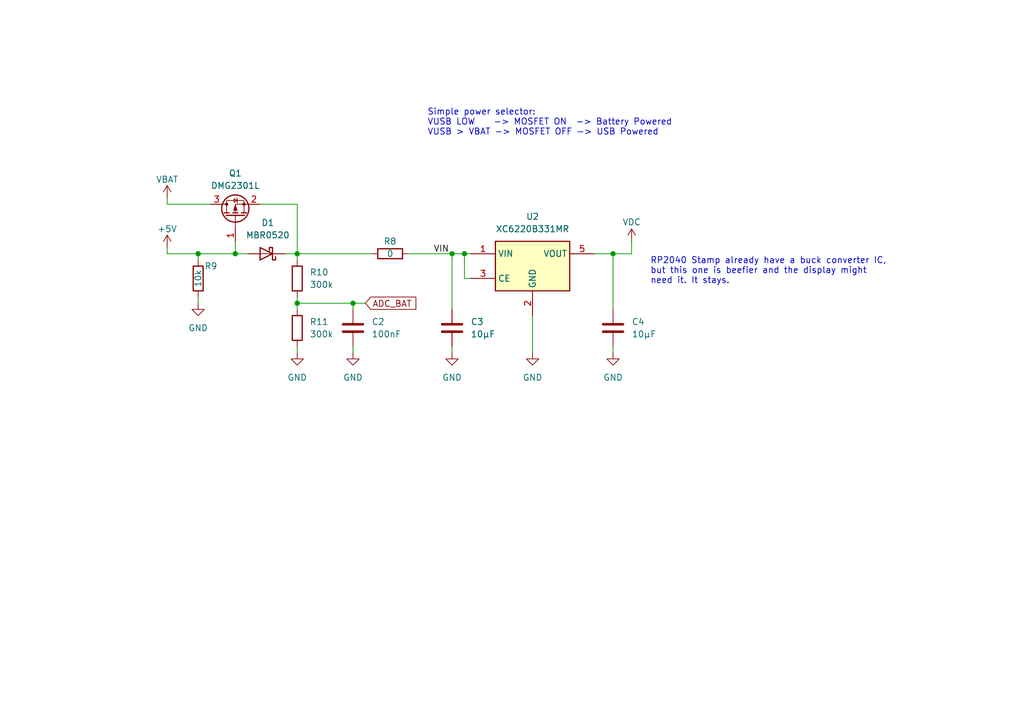
<source format=kicad_sch>
(kicad_sch (version 20230121) (generator eeschema)

  (uuid 6c97b21b-b00a-4547-81a6-ad26f880fa8f)

  (paper "A5")

  (title_block
    (title "Open Source Machinist Calculator")
    (rev "Draft")
  )

  (lib_symbols
    (symbol "Device:C" (pin_numbers hide) (pin_names (offset 0.254)) (in_bom yes) (on_board yes)
      (property "Reference" "C" (at 0.635 2.54 0)
        (effects (font (size 1.27 1.27)) (justify left))
      )
      (property "Value" "C" (at 0.635 -2.54 0)
        (effects (font (size 1.27 1.27)) (justify left))
      )
      (property "Footprint" "" (at 0.9652 -3.81 0)
        (effects (font (size 1.27 1.27)) hide)
      )
      (property "Datasheet" "~" (at 0 0 0)
        (effects (font (size 1.27 1.27)) hide)
      )
      (property "ki_keywords" "cap capacitor" (at 0 0 0)
        (effects (font (size 1.27 1.27)) hide)
      )
      (property "ki_description" "Unpolarized capacitor" (at 0 0 0)
        (effects (font (size 1.27 1.27)) hide)
      )
      (property "ki_fp_filters" "C_*" (at 0 0 0)
        (effects (font (size 1.27 1.27)) hide)
      )
      (symbol "C_0_1"
        (polyline
          (pts
            (xy -2.032 -0.762)
            (xy 2.032 -0.762)
          )
          (stroke (width 0.508) (type default))
          (fill (type none))
        )
        (polyline
          (pts
            (xy -2.032 0.762)
            (xy 2.032 0.762)
          )
          (stroke (width 0.508) (type default))
          (fill (type none))
        )
      )
      (symbol "C_1_1"
        (pin passive line (at 0 3.81 270) (length 2.794)
          (name "~" (effects (font (size 1.27 1.27))))
          (number "1" (effects (font (size 1.27 1.27))))
        )
        (pin passive line (at 0 -3.81 90) (length 2.794)
          (name "~" (effects (font (size 1.27 1.27))))
          (number "2" (effects (font (size 1.27 1.27))))
        )
      )
    )
    (symbol "Device:R" (pin_numbers hide) (pin_names (offset 0)) (in_bom yes) (on_board yes)
      (property "Reference" "R" (at 2.032 0 90)
        (effects (font (size 1.27 1.27)))
      )
      (property "Value" "R" (at 0 0 90)
        (effects (font (size 1.27 1.27)))
      )
      (property "Footprint" "" (at -1.778 0 90)
        (effects (font (size 1.27 1.27)) hide)
      )
      (property "Datasheet" "~" (at 0 0 0)
        (effects (font (size 1.27 1.27)) hide)
      )
      (property "ki_keywords" "R res resistor" (at 0 0 0)
        (effects (font (size 1.27 1.27)) hide)
      )
      (property "ki_description" "Resistor" (at 0 0 0)
        (effects (font (size 1.27 1.27)) hide)
      )
      (property "ki_fp_filters" "R_*" (at 0 0 0)
        (effects (font (size 1.27 1.27)) hide)
      )
      (symbol "R_0_1"
        (rectangle (start -1.016 -2.54) (end 1.016 2.54)
          (stroke (width 0.254) (type default))
          (fill (type none))
        )
      )
      (symbol "R_1_1"
        (pin passive line (at 0 3.81 270) (length 1.27)
          (name "~" (effects (font (size 1.27 1.27))))
          (number "1" (effects (font (size 1.27 1.27))))
        )
        (pin passive line (at 0 -3.81 90) (length 1.27)
          (name "~" (effects (font (size 1.27 1.27))))
          (number "2" (effects (font (size 1.27 1.27))))
        )
      )
    )
    (symbol "Diode:MBR0520" (pin_numbers hide) (pin_names (offset 1.016) hide) (in_bom yes) (on_board yes)
      (property "Reference" "D" (at 0 2.54 0)
        (effects (font (size 1.27 1.27)))
      )
      (property "Value" "MBR0520" (at 0 -2.54 0)
        (effects (font (size 1.27 1.27)))
      )
      (property "Footprint" "Diode_SMD:D_SOD-123" (at 0 -4.445 0)
        (effects (font (size 1.27 1.27)) hide)
      )
      (property "Datasheet" "http://www.mccsemi.com/up_pdf/MBR0520~MBR0580(SOD123).pdf" (at 0 0 0)
        (effects (font (size 1.27 1.27)) hide)
      )
      (property "ki_keywords" "diode Schottky" (at 0 0 0)
        (effects (font (size 1.27 1.27)) hide)
      )
      (property "ki_description" "20V 0.5A Schottky Power Rectifier Diode, SOD-123" (at 0 0 0)
        (effects (font (size 1.27 1.27)) hide)
      )
      (property "ki_fp_filters" "D*SOD?123*" (at 0 0 0)
        (effects (font (size 1.27 1.27)) hide)
      )
      (symbol "MBR0520_0_1"
        (polyline
          (pts
            (xy 1.27 0)
            (xy -1.27 0)
          )
          (stroke (width 0) (type default))
          (fill (type none))
        )
        (polyline
          (pts
            (xy 1.27 1.27)
            (xy 1.27 -1.27)
            (xy -1.27 0)
            (xy 1.27 1.27)
          )
          (stroke (width 0.254) (type default))
          (fill (type none))
        )
        (polyline
          (pts
            (xy -1.905 0.635)
            (xy -1.905 1.27)
            (xy -1.27 1.27)
            (xy -1.27 -1.27)
            (xy -0.635 -1.27)
            (xy -0.635 -0.635)
          )
          (stroke (width 0.254) (type default))
          (fill (type none))
        )
      )
      (symbol "MBR0520_1_1"
        (pin passive line (at -3.81 0 0) (length 2.54)
          (name "K" (effects (font (size 1.27 1.27))))
          (number "1" (effects (font (size 1.27 1.27))))
        )
        (pin passive line (at 3.81 0 180) (length 2.54)
          (name "A" (effects (font (size 1.27 1.27))))
          (number "2" (effects (font (size 1.27 1.27))))
        )
      )
    )
    (symbol "Regulator_Linear:XC6220B331MR" (in_bom yes) (on_board yes)
      (property "Reference" "U" (at 0 8.89 0)
        (effects (font (size 1.27 1.27)))
      )
      (property "Value" "XC6220B331MR" (at 0 6.35 0)
        (effects (font (size 1.27 1.27)))
      )
      (property "Footprint" "Package_TO_SOT_SMD:SOT-23-5" (at 0 0 0)
        (effects (font (size 1.27 1.27)) hide)
      )
      (property "Datasheet" "https://www.torexsemi.com/file/xc6220/XC6220.pdf" (at 19.05 -25.4 0)
        (effects (font (size 1.27 1.27)) hide)
      )
      (property "ki_keywords" "LDO Voltage Regulator 1A" (at 0 0 0)
        (effects (font (size 1.27 1.27)) hide)
      )
      (property "ki_description" "1A, Low Drop-out Voltage Regulator, Fixed Output 3.3V, SOT-23-5" (at 0 0 0)
        (effects (font (size 1.27 1.27)) hide)
      )
      (property "ki_fp_filters" "SOT?23*" (at 0 0 0)
        (effects (font (size 1.27 1.27)) hide)
      )
      (symbol "XC6220B331MR_0_1"
        (rectangle (start -7.62 5.08) (end 7.62 -5.08)
          (stroke (width 0.254) (type default))
          (fill (type background))
        )
      )
      (symbol "XC6220B331MR_1_1"
        (pin power_in line (at -12.7 2.54 0) (length 5.08)
          (name "VIN" (effects (font (size 1.27 1.27))))
          (number "1" (effects (font (size 1.27 1.27))))
        )
        (pin power_in line (at 0 -10.16 90) (length 5.08)
          (name "GND" (effects (font (size 1.27 1.27))))
          (number "2" (effects (font (size 1.27 1.27))))
        )
        (pin input line (at -12.7 -2.54 0) (length 5.08)
          (name "CE" (effects (font (size 1.27 1.27))))
          (number "3" (effects (font (size 1.27 1.27))))
        )
        (pin no_connect line (at 7.62 -2.54 180) (length 5.08) hide
          (name "NC" (effects (font (size 1.27 1.27))))
          (number "4" (effects (font (size 1.27 1.27))))
        )
        (pin power_out line (at 12.7 2.54 180) (length 5.08)
          (name "VOUT" (effects (font (size 1.27 1.27))))
          (number "5" (effects (font (size 1.27 1.27))))
        )
      )
    )
    (symbol "Transistor_FET:DMG2301L" (pin_names hide) (in_bom yes) (on_board yes)
      (property "Reference" "Q" (at 5.08 1.905 0)
        (effects (font (size 1.27 1.27)) (justify left))
      )
      (property "Value" "DMG2301L" (at 5.08 0 0)
        (effects (font (size 1.27 1.27)) (justify left))
      )
      (property "Footprint" "Package_TO_SOT_SMD:SOT-23" (at 5.08 -1.905 0)
        (effects (font (size 1.27 1.27) italic) (justify left) hide)
      )
      (property "Datasheet" "https://www.diodes.com/assets/Datasheets/DMG2301L.pdf" (at 0 0 0)
        (effects (font (size 1.27 1.27)) (justify left) hide)
      )
      (property "ki_keywords" "P-Channel MOSFET" (at 0 0 0)
        (effects (font (size 1.27 1.27)) hide)
      )
      (property "ki_description" "-3A Id, -20V Vds, P-Channel MOSFET, SOT-23" (at 0 0 0)
        (effects (font (size 1.27 1.27)) hide)
      )
      (property "ki_fp_filters" "SOT?23*" (at 0 0 0)
        (effects (font (size 1.27 1.27)) hide)
      )
      (symbol "DMG2301L_0_1"
        (polyline
          (pts
            (xy 0.254 0)
            (xy -2.54 0)
          )
          (stroke (width 0) (type default))
          (fill (type none))
        )
        (polyline
          (pts
            (xy 0.254 1.905)
            (xy 0.254 -1.905)
          )
          (stroke (width 0.254) (type default))
          (fill (type none))
        )
        (polyline
          (pts
            (xy 0.762 -1.27)
            (xy 0.762 -2.286)
          )
          (stroke (width 0.254) (type default))
          (fill (type none))
        )
        (polyline
          (pts
            (xy 0.762 0.508)
            (xy 0.762 -0.508)
          )
          (stroke (width 0.254) (type default))
          (fill (type none))
        )
        (polyline
          (pts
            (xy 0.762 2.286)
            (xy 0.762 1.27)
          )
          (stroke (width 0.254) (type default))
          (fill (type none))
        )
        (polyline
          (pts
            (xy 2.54 2.54)
            (xy 2.54 1.778)
          )
          (stroke (width 0) (type default))
          (fill (type none))
        )
        (polyline
          (pts
            (xy 2.54 -2.54)
            (xy 2.54 0)
            (xy 0.762 0)
          )
          (stroke (width 0) (type default))
          (fill (type none))
        )
        (polyline
          (pts
            (xy 0.762 1.778)
            (xy 3.302 1.778)
            (xy 3.302 -1.778)
            (xy 0.762 -1.778)
          )
          (stroke (width 0) (type default))
          (fill (type none))
        )
        (polyline
          (pts
            (xy 2.286 0)
            (xy 1.27 0.381)
            (xy 1.27 -0.381)
            (xy 2.286 0)
          )
          (stroke (width 0) (type default))
          (fill (type outline))
        )
        (polyline
          (pts
            (xy 2.794 -0.508)
            (xy 2.921 -0.381)
            (xy 3.683 -0.381)
            (xy 3.81 -0.254)
          )
          (stroke (width 0) (type default))
          (fill (type none))
        )
        (polyline
          (pts
            (xy 3.302 -0.381)
            (xy 2.921 0.254)
            (xy 3.683 0.254)
            (xy 3.302 -0.381)
          )
          (stroke (width 0) (type default))
          (fill (type none))
        )
        (circle (center 1.651 0) (radius 2.794)
          (stroke (width 0.254) (type default))
          (fill (type none))
        )
        (circle (center 2.54 -1.778) (radius 0.254)
          (stroke (width 0) (type default))
          (fill (type outline))
        )
        (circle (center 2.54 1.778) (radius 0.254)
          (stroke (width 0) (type default))
          (fill (type outline))
        )
      )
      (symbol "DMG2301L_1_1"
        (pin input line (at -5.08 0 0) (length 2.54)
          (name "G" (effects (font (size 1.27 1.27))))
          (number "1" (effects (font (size 1.27 1.27))))
        )
        (pin passive line (at 2.54 -5.08 90) (length 2.54)
          (name "S" (effects (font (size 1.27 1.27))))
          (number "2" (effects (font (size 1.27 1.27))))
        )
        (pin passive line (at 2.54 5.08 270) (length 2.54)
          (name "D" (effects (font (size 1.27 1.27))))
          (number "3" (effects (font (size 1.27 1.27))))
        )
      )
    )
    (symbol "power:+5V" (power) (pin_names (offset 0)) (in_bom yes) (on_board yes)
      (property "Reference" "#PWR" (at 0 -3.81 0)
        (effects (font (size 1.27 1.27)) hide)
      )
      (property "Value" "+5V" (at 0 3.556 0)
        (effects (font (size 1.27 1.27)))
      )
      (property "Footprint" "" (at 0 0 0)
        (effects (font (size 1.27 1.27)) hide)
      )
      (property "Datasheet" "" (at 0 0 0)
        (effects (font (size 1.27 1.27)) hide)
      )
      (property "ki_keywords" "power-flag" (at 0 0 0)
        (effects (font (size 1.27 1.27)) hide)
      )
      (property "ki_description" "Power symbol creates a global label with name \"+5V\"" (at 0 0 0)
        (effects (font (size 1.27 1.27)) hide)
      )
      (symbol "+5V_0_1"
        (polyline
          (pts
            (xy -0.762 1.27)
            (xy 0 2.54)
          )
          (stroke (width 0) (type default))
          (fill (type none))
        )
        (polyline
          (pts
            (xy 0 0)
            (xy 0 2.54)
          )
          (stroke (width 0) (type default))
          (fill (type none))
        )
        (polyline
          (pts
            (xy 0 2.54)
            (xy 0.762 1.27)
          )
          (stroke (width 0) (type default))
          (fill (type none))
        )
      )
      (symbol "+5V_1_1"
        (pin power_in line (at 0 0 90) (length 0) hide
          (name "+5V" (effects (font (size 1.27 1.27))))
          (number "1" (effects (font (size 1.27 1.27))))
        )
      )
    )
    (symbol "power:GND" (power) (pin_names (offset 0)) (in_bom yes) (on_board yes)
      (property "Reference" "#PWR" (at 0 -6.35 0)
        (effects (font (size 1.27 1.27)) hide)
      )
      (property "Value" "GND" (at 0 -3.81 0)
        (effects (font (size 1.27 1.27)))
      )
      (property "Footprint" "" (at 0 0 0)
        (effects (font (size 1.27 1.27)) hide)
      )
      (property "Datasheet" "" (at 0 0 0)
        (effects (font (size 1.27 1.27)) hide)
      )
      (property "ki_keywords" "global power" (at 0 0 0)
        (effects (font (size 1.27 1.27)) hide)
      )
      (property "ki_description" "Power symbol creates a global label with name \"GND\" , ground" (at 0 0 0)
        (effects (font (size 1.27 1.27)) hide)
      )
      (symbol "GND_0_1"
        (polyline
          (pts
            (xy 0 0)
            (xy 0 -1.27)
            (xy 1.27 -1.27)
            (xy 0 -2.54)
            (xy -1.27 -1.27)
            (xy 0 -1.27)
          )
          (stroke (width 0) (type default))
          (fill (type none))
        )
      )
      (symbol "GND_1_1"
        (pin power_in line (at 0 0 270) (length 0) hide
          (name "GND" (effects (font (size 1.27 1.27))))
          (number "1" (effects (font (size 1.27 1.27))))
        )
      )
    )
    (symbol "power:VDC" (power) (pin_names (offset 0)) (in_bom yes) (on_board yes)
      (property "Reference" "#PWR" (at 0 -2.54 0)
        (effects (font (size 1.27 1.27)) hide)
      )
      (property "Value" "VDC" (at 0 6.35 0)
        (effects (font (size 1.27 1.27)))
      )
      (property "Footprint" "" (at 0 0 0)
        (effects (font (size 1.27 1.27)) hide)
      )
      (property "Datasheet" "" (at 0 0 0)
        (effects (font (size 1.27 1.27)) hide)
      )
      (property "ki_keywords" "global power" (at 0 0 0)
        (effects (font (size 1.27 1.27)) hide)
      )
      (property "ki_description" "Power symbol creates a global label with name \"VDC\"" (at 0 0 0)
        (effects (font (size 1.27 1.27)) hide)
      )
      (symbol "VDC_0_1"
        (polyline
          (pts
            (xy -0.762 1.27)
            (xy 0 2.54)
          )
          (stroke (width 0) (type default))
          (fill (type none))
        )
        (polyline
          (pts
            (xy 0 0)
            (xy 0 2.54)
          )
          (stroke (width 0) (type default))
          (fill (type none))
        )
        (polyline
          (pts
            (xy 0 2.54)
            (xy 0.762 1.27)
          )
          (stroke (width 0) (type default))
          (fill (type none))
        )
      )
      (symbol "VDC_1_1"
        (pin power_in line (at 0 0 90) (length 0) hide
          (name "VDC" (effects (font (size 1.27 1.27))))
          (number "1" (effects (font (size 1.27 1.27))))
        )
      )
    )
    (symbol "power_extra:VBAT" (power) (pin_names (offset 0)) (in_bom yes) (on_board yes)
      (property "Reference" "#PWR" (at 0 -3.81 0)
        (effects (font (size 1.27 1.27)) hide)
      )
      (property "Value" "VBAT" (at 0 3.556 0)
        (effects (font (size 1.27 1.27)))
      )
      (property "Footprint" "" (at 0 0 0)
        (effects (font (size 1.27 1.27)) hide)
      )
      (property "Datasheet" "" (at 0 0 0)
        (effects (font (size 1.27 1.27)) hide)
      )
      (symbol "VBAT_0_1"
        (polyline
          (pts
            (xy -0.762 1.27)
            (xy 0 2.54)
          )
          (stroke (width 0) (type default))
          (fill (type none))
        )
        (polyline
          (pts
            (xy 0 0)
            (xy 0 2.54)
          )
          (stroke (width 0) (type default))
          (fill (type none))
        )
        (polyline
          (pts
            (xy 0 2.54)
            (xy 0.762 1.27)
          )
          (stroke (width 0) (type default))
          (fill (type none))
        )
      )
      (symbol "VBAT_1_1"
        (pin power_in line (at 0 0 90) (length 0) hide
          (name "VBAT" (effects (font (size 1.27 1.27))))
          (number "1" (effects (font (size 1.27 1.27))))
        )
      )
    )
  )

  (junction (at 60.96 62.23) (diameter 0) (color 0 0 0 0)
    (uuid 210a04ad-d4b6-4645-bdec-424fbe98df3a)
  )
  (junction (at 40.64 52.07) (diameter 0) (color 0 0 0 0)
    (uuid 612602cc-e394-43d7-9cb7-d28ae6b031a3)
  )
  (junction (at 125.73 52.07) (diameter 0) (color 0 0 0 0)
    (uuid 66117c87-772b-4f25-9a17-083d19f5d29e)
  )
  (junction (at 72.39 62.23) (diameter 0) (color 0 0 0 0)
    (uuid c8d9c8ae-e822-4b95-9675-f46180541f3a)
  )
  (junction (at 48.26 52.07) (diameter 0) (color 0 0 0 0)
    (uuid d6495d41-28da-475c-bfc9-cbe18f0ac165)
  )
  (junction (at 60.96 52.07) (diameter 0) (color 0 0 0 0)
    (uuid ddeb9cc5-c27a-4980-9b37-884f89474d14)
  )
  (junction (at 95.25 52.07) (diameter 0) (color 0 0 0 0)
    (uuid def13976-0ea3-42a4-bd54-703790d853e4)
  )
  (junction (at 92.71 52.07) (diameter 0) (color 0 0 0 0)
    (uuid f1f12b91-a9d1-43a9-8b16-dcf8b2d45276)
  )

  (wire (pts (xy 34.29 40.64) (xy 34.29 41.91))
    (stroke (width 0) (type default))
    (uuid 0124249d-e5fb-44ec-8ea4-837de05483d6)
  )
  (wire (pts (xy 92.71 71.12) (xy 92.71 72.39))
    (stroke (width 0) (type default))
    (uuid 01629245-a215-4a70-a959-52ff84bd8e5b)
  )
  (wire (pts (xy 58.42 52.07) (xy 60.96 52.07))
    (stroke (width 0) (type default))
    (uuid 061bc144-8d0f-464c-af88-508c671dc234)
  )
  (wire (pts (xy 60.96 52.07) (xy 60.96 53.34))
    (stroke (width 0) (type default))
    (uuid 0b1cdc66-ada4-468c-8e78-6b5f0e80c21e)
  )
  (wire (pts (xy 60.96 52.07) (xy 76.2 52.07))
    (stroke (width 0) (type default))
    (uuid 14f30ece-4870-402b-8023-cdfaf073da9f)
  )
  (wire (pts (xy 95.25 52.07) (xy 95.25 57.15))
    (stroke (width 0) (type default))
    (uuid 1bc85d78-896a-4c16-a19e-36a32000b65e)
  )
  (wire (pts (xy 92.71 52.07) (xy 95.25 52.07))
    (stroke (width 0) (type default))
    (uuid 273d72db-8596-41bb-b15b-e3812d13664c)
  )
  (wire (pts (xy 129.54 52.07) (xy 129.54 49.53))
    (stroke (width 0) (type default))
    (uuid 2bd40e45-26b3-4458-89c4-8744ece6a18e)
  )
  (wire (pts (xy 40.64 52.07) (xy 40.64 53.34))
    (stroke (width 0) (type default))
    (uuid 3b3bafbf-b526-4565-bade-75be732002d2)
  )
  (wire (pts (xy 48.26 52.07) (xy 48.26 49.53))
    (stroke (width 0) (type default))
    (uuid 40f819b7-4bfa-4f83-a9d7-c4bec27c597d)
  )
  (wire (pts (xy 125.73 71.12) (xy 125.73 72.39))
    (stroke (width 0) (type default))
    (uuid 46c23eb3-512d-4c52-a315-96d04a9dc396)
  )
  (wire (pts (xy 92.71 52.07) (xy 92.71 63.5))
    (stroke (width 0) (type default))
    (uuid 4c4b48da-5838-422e-9365-7a6c691f6bc9)
  )
  (wire (pts (xy 60.96 41.91) (xy 53.34 41.91))
    (stroke (width 0) (type default))
    (uuid 4eb1f0d1-4949-410a-83aa-0d1b84cfba97)
  )
  (wire (pts (xy 34.29 50.8) (xy 34.29 52.07))
    (stroke (width 0) (type default))
    (uuid 589fee52-4d81-480b-a9f0-95bcb945ca65)
  )
  (wire (pts (xy 60.96 60.96) (xy 60.96 62.23))
    (stroke (width 0) (type default))
    (uuid 5ff02ff9-074d-4611-9cd2-8d5dfe1744c1)
  )
  (wire (pts (xy 109.22 64.77) (xy 109.22 72.39))
    (stroke (width 0) (type default))
    (uuid 7101ad4a-0344-43cd-9aac-b7e84c3f879b)
  )
  (wire (pts (xy 60.96 62.23) (xy 72.39 62.23))
    (stroke (width 0) (type default))
    (uuid 7a7b7178-2d84-4798-9bae-55f06f39303a)
  )
  (wire (pts (xy 95.25 57.15) (xy 96.52 57.15))
    (stroke (width 0) (type default))
    (uuid 7bf008a7-8e3b-483f-85d2-9b04f3e15700)
  )
  (wire (pts (xy 121.92 52.07) (xy 125.73 52.07))
    (stroke (width 0) (type default))
    (uuid 8439498a-c191-4140-8ccd-75e4cb4e2ef8)
  )
  (wire (pts (xy 125.73 52.07) (xy 129.54 52.07))
    (stroke (width 0) (type default))
    (uuid 88e09be3-a01e-4d5d-8952-5295ec37866a)
  )
  (wire (pts (xy 83.82 52.07) (xy 92.71 52.07))
    (stroke (width 0) (type default))
    (uuid 8c709816-49ae-4d4b-98c5-3dd757a359e0)
  )
  (wire (pts (xy 34.29 52.07) (xy 40.64 52.07))
    (stroke (width 0) (type default))
    (uuid 8e89a894-ea40-4d7e-9256-183a4572d016)
  )
  (wire (pts (xy 95.25 52.07) (xy 96.52 52.07))
    (stroke (width 0) (type default))
    (uuid 94171990-738f-4072-a1c8-6613f5bef931)
  )
  (wire (pts (xy 40.64 52.07) (xy 48.26 52.07))
    (stroke (width 0) (type default))
    (uuid a35d5a95-bcdd-496b-825c-84a7a3f66bfe)
  )
  (wire (pts (xy 60.96 52.07) (xy 60.96 41.91))
    (stroke (width 0) (type default))
    (uuid aede14ce-8a8b-4978-9259-979bd956e610)
  )
  (wire (pts (xy 34.29 41.91) (xy 43.18 41.91))
    (stroke (width 0) (type default))
    (uuid b850017f-ea39-4769-81c0-18f022abffa8)
  )
  (wire (pts (xy 72.39 71.12) (xy 72.39 72.39))
    (stroke (width 0) (type default))
    (uuid b868cb5c-3ef3-4363-8048-0a2483bdfb83)
  )
  (wire (pts (xy 72.39 62.23) (xy 74.93 62.23))
    (stroke (width 0) (type default))
    (uuid bcc90408-4d5c-415b-88b2-0c46de4f3b1a)
  )
  (wire (pts (xy 72.39 62.23) (xy 72.39 63.5))
    (stroke (width 0) (type default))
    (uuid c0686fee-97b6-4dbd-a6e4-d32b607c1ceb)
  )
  (wire (pts (xy 60.96 71.12) (xy 60.96 72.39))
    (stroke (width 0) (type default))
    (uuid dfb75376-52d2-47a4-9d2a-89222f2b687f)
  )
  (wire (pts (xy 48.26 52.07) (xy 50.8 52.07))
    (stroke (width 0) (type default))
    (uuid e598a933-a992-4605-945a-f1614b88bc18)
  )
  (wire (pts (xy 40.64 60.96) (xy 40.64 62.23))
    (stroke (width 0) (type default))
    (uuid f105552a-27c5-4ac1-93ab-1d3b27c1b8c6)
  )
  (wire (pts (xy 60.96 62.23) (xy 60.96 63.5))
    (stroke (width 0) (type default))
    (uuid f860f8c4-118c-46c0-9f1f-353ce28571a4)
  )
  (wire (pts (xy 125.73 52.07) (xy 125.73 63.5))
    (stroke (width 0) (type default))
    (uuid ffbf26c8-c8e4-4208-a3de-1c75482cc06c)
  )

  (text "RP2040 Stamp already have a buck converter IC,\nbut this one is beefier and the display might\nneed it. It stays."
    (at 133.35 58.42 0)
    (effects (font (size 1.27 1.27)) (justify left bottom))
    (uuid 271bd370-694c-4121-bc65-9c81784ea422)
  )
  (text "Simple power selector:\nVUSB LOW    -> MOSFET ON  -> Battery Powered\nVUSB > VBAT -> MOSFET OFF -> USB Powered"
    (at 87.63 27.94 0)
    (effects (font (size 1.27 1.27)) (justify left bottom))
    (uuid 83553580-c71a-459d-b8d3-8dc505c79275)
  )

  (label "VIN" (at 88.9 52.07 0) (fields_autoplaced)
    (effects (font (size 1.27 1.27)) (justify left bottom))
    (uuid 7f599222-d747-41d5-84f6-353f2fe5ba40)
  )

  (global_label "ADC_BAT" (shape input) (at 74.93 62.23 0) (fields_autoplaced)
    (effects (font (size 1.27 1.27)) (justify left))
    (uuid 2e370d4b-5632-46ef-9483-a968cf889647)
    (property "Intersheetrefs" "${INTERSHEET_REFS}" (at 85.7582 62.23 0)
      (effects (font (size 1.27 1.27)) (justify left) hide)
    )
  )

  (symbol (lib_id "Device:R") (at 40.64 57.15 0) (unit 1)
    (in_bom yes) (on_board yes) (dnp no)
    (uuid 04aa4103-94b3-4ce4-afd5-9948412ebc02)
    (property "Reference" "R9" (at 41.91 54.61 0)
      (effects (font (size 1.27 1.27)) (justify left))
    )
    (property "Value" "10k" (at 40.64 57.15 90)
      (effects (font (size 1.27 1.27)))
    )
    (property "Footprint" "Resistor_SMD:R_0805_2012Metric_Pad1.20x1.40mm_HandSolder" (at 38.862 57.15 90)
      (effects (font (size 1.27 1.27)) hide)
    )
    (property "Datasheet" "~" (at 40.64 57.15 0)
      (effects (font (size 1.27 1.27)) hide)
    )
    (pin "1" (uuid ec881569-7fe1-4366-aa08-20c96b701fe9))
    (pin "2" (uuid 9a4da4a1-0c32-4e8d-9f79-55f1ec6176a5))
    (instances
      (project "Open_Machinist_Calculator"
        (path "/35282355-b5fa-4a34-be75-817e69674e40/3532e8c7-9d6a-4014-b778-e395ecbbcaef"
          (reference "R9") (unit 1)
        )
      )
    )
  )

  (symbol (lib_id "power:GND") (at 109.22 72.39 0) (unit 1)
    (in_bom yes) (on_board yes) (dnp no) (fields_autoplaced)
    (uuid 0e51a99e-001c-4059-9fa5-4545fa4dd2eb)
    (property "Reference" "#PWR020" (at 109.22 78.74 0)
      (effects (font (size 1.27 1.27)) hide)
    )
    (property "Value" "GND" (at 109.22 77.47 0)
      (effects (font (size 1.27 1.27)))
    )
    (property "Footprint" "" (at 109.22 72.39 0)
      (effects (font (size 1.27 1.27)) hide)
    )
    (property "Datasheet" "" (at 109.22 72.39 0)
      (effects (font (size 1.27 1.27)) hide)
    )
    (pin "1" (uuid e1744a5e-ffc6-4db4-b404-1d248115d5a9))
    (instances
      (project "Open_Machinist_Calculator"
        (path "/35282355-b5fa-4a34-be75-817e69674e40/3532e8c7-9d6a-4014-b778-e395ecbbcaef"
          (reference "#PWR020") (unit 1)
        )
      )
    )
  )

  (symbol (lib_id "Diode:MBR0520") (at 54.61 52.07 180) (unit 1)
    (in_bom yes) (on_board yes) (dnp no) (fields_autoplaced)
    (uuid 31747456-e4d9-47d1-9f72-755512a5c583)
    (property "Reference" "D1" (at 54.9275 45.72 0)
      (effects (font (size 1.27 1.27)))
    )
    (property "Value" "MBR0520" (at 54.9275 48.26 0)
      (effects (font (size 1.27 1.27)))
    )
    (property "Footprint" "Diode_SMD:D_SOD-123" (at 54.61 47.625 0)
      (effects (font (size 1.27 1.27)) hide)
    )
    (property "Datasheet" "http://www.mccsemi.com/up_pdf/MBR0520~MBR0580(SOD123).pdf" (at 54.61 52.07 0)
      (effects (font (size 1.27 1.27)) hide)
    )
    (pin "1" (uuid d1c63679-8cb0-4a51-94f4-94483d1f0148))
    (pin "2" (uuid 67a8f116-8b0d-4876-8086-528bbe65c093))
    (instances
      (project "Open_Machinist_Calculator"
        (path "/35282355-b5fa-4a34-be75-817e69674e40/3532e8c7-9d6a-4014-b778-e395ecbbcaef"
          (reference "D1") (unit 1)
        )
      )
    )
  )

  (symbol (lib_id "power:GND") (at 92.71 72.39 0) (unit 1)
    (in_bom yes) (on_board yes) (dnp no) (fields_autoplaced)
    (uuid 4de96b65-f9f0-47cd-b3b2-5431ee8a98aa)
    (property "Reference" "#PWR019" (at 92.71 78.74 0)
      (effects (font (size 1.27 1.27)) hide)
    )
    (property "Value" "GND" (at 92.71 77.47 0)
      (effects (font (size 1.27 1.27)))
    )
    (property "Footprint" "" (at 92.71 72.39 0)
      (effects (font (size 1.27 1.27)) hide)
    )
    (property "Datasheet" "" (at 92.71 72.39 0)
      (effects (font (size 1.27 1.27)) hide)
    )
    (pin "1" (uuid 26810ca0-925e-49d7-9733-63f98334e02f))
    (instances
      (project "Open_Machinist_Calculator"
        (path "/35282355-b5fa-4a34-be75-817e69674e40/3532e8c7-9d6a-4014-b778-e395ecbbcaef"
          (reference "#PWR019") (unit 1)
        )
      )
    )
  )

  (symbol (lib_id "power:+5V") (at 34.29 50.8 0) (unit 1)
    (in_bom yes) (on_board yes) (dnp no)
    (uuid 57b6fa07-7466-45f5-8592-37d3ef438dc4)
    (property "Reference" "#PWR046" (at 34.29 54.61 0)
      (effects (font (size 1.27 1.27)) hide)
    )
    (property "Value" "+5V" (at 34.29 46.99 0)
      (effects (font (size 1.27 1.27)))
    )
    (property "Footprint" "" (at 34.29 50.8 0)
      (effects (font (size 1.27 1.27)) hide)
    )
    (property "Datasheet" "" (at 34.29 50.8 0)
      (effects (font (size 1.27 1.27)) hide)
    )
    (pin "1" (uuid f05f9efb-690d-4cc4-94b3-4f7df0680d40))
    (instances
      (project "Open_Machinist_Calculator"
        (path "/35282355-b5fa-4a34-be75-817e69674e40/77dec9d2-05b0-4317-ad32-ce64fb45d0cc"
          (reference "#PWR046") (unit 1)
        )
        (path "/35282355-b5fa-4a34-be75-817e69674e40/924b7b90-51ea-41ef-a456-e7aa78256323"
          (reference "#PWR07") (unit 1)
        )
        (path "/35282355-b5fa-4a34-be75-817e69674e40/3532e8c7-9d6a-4014-b778-e395ecbbcaef"
          (reference "#PWR015") (unit 1)
        )
      )
      (project ""
        (path "/872e912f-cc14-4edf-9f9a-f509de06f155"
          (reference "#PWR0134") (unit 1)
        )
      )
    )
  )

  (symbol (lib_id "Device:C") (at 72.39 67.31 0) (unit 1)
    (in_bom yes) (on_board yes) (dnp no) (fields_autoplaced)
    (uuid 58262d3d-8f30-4b65-abe6-5c01a3302c2f)
    (property "Reference" "C2" (at 76.2 66.04 0)
      (effects (font (size 1.27 1.27)) (justify left))
    )
    (property "Value" "100nF" (at 76.2 68.58 0)
      (effects (font (size 1.27 1.27)) (justify left))
    )
    (property "Footprint" "Capacitor_SMD:C_0805_2012Metric_Pad1.18x1.45mm_HandSolder" (at 73.3552 71.12 0)
      (effects (font (size 1.27 1.27)) hide)
    )
    (property "Datasheet" "~" (at 72.39 67.31 0)
      (effects (font (size 1.27 1.27)) hide)
    )
    (pin "1" (uuid ce711973-b51a-46a6-bb7c-dcc8c8fb5942))
    (pin "2" (uuid 4b4d823d-0b26-43bf-9b72-d93e1215e9fa))
    (instances
      (project "Open_Machinist_Calculator"
        (path "/35282355-b5fa-4a34-be75-817e69674e40/3532e8c7-9d6a-4014-b778-e395ecbbcaef"
          (reference "C2") (unit 1)
        )
      )
    )
  )

  (symbol (lib_id "Regulator_Linear:XC6220B331MR") (at 109.22 54.61 0) (unit 1)
    (in_bom yes) (on_board yes) (dnp no) (fields_autoplaced)
    (uuid 5d75c24a-474e-4caf-9f1f-f083017ffbcf)
    (property "Reference" "U2" (at 109.22 44.45 0)
      (effects (font (size 1.27 1.27)))
    )
    (property "Value" "XC6220B331MR" (at 109.22 46.99 0)
      (effects (font (size 1.27 1.27)))
    )
    (property "Footprint" "Package_TO_SOT_SMD:SOT-23-5" (at 109.22 54.61 0)
      (effects (font (size 1.27 1.27)) hide)
    )
    (property "Datasheet" "https://www.torexsemi.com/file/xc6220/XC6220.pdf" (at 128.27 80.01 0)
      (effects (font (size 1.27 1.27)) hide)
    )
    (pin "1" (uuid 3791948d-2958-4461-b603-c7f6f6366ca7))
    (pin "2" (uuid 3fc0751f-15ed-4f34-a164-ec34b091355f))
    (pin "3" (uuid c174278b-c7d3-499b-9ca2-7e16b63aece7))
    (pin "4" (uuid 5bba124d-2d9b-4504-846d-69bdc6d49f19))
    (pin "5" (uuid a81fc833-f53b-472e-8348-8cdedcc12fee))
    (instances
      (project "Open_Machinist_Calculator"
        (path "/35282355-b5fa-4a34-be75-817e69674e40/3532e8c7-9d6a-4014-b778-e395ecbbcaef"
          (reference "U2") (unit 1)
        )
      )
    )
  )

  (symbol (lib_id "Device:C") (at 125.73 67.31 0) (unit 1)
    (in_bom yes) (on_board yes) (dnp no) (fields_autoplaced)
    (uuid 67a171ee-f24f-4fd6-8170-fb6ecdcdd1a3)
    (property "Reference" "C4" (at 129.54 66.04 0)
      (effects (font (size 1.27 1.27)) (justify left))
    )
    (property "Value" "10µF" (at 129.54 68.58 0)
      (effects (font (size 1.27 1.27)) (justify left))
    )
    (property "Footprint" "Capacitor_SMD:C_0805_2012Metric_Pad1.18x1.45mm_HandSolder" (at 126.6952 71.12 0)
      (effects (font (size 1.27 1.27)) hide)
    )
    (property "Datasheet" "~" (at 125.73 67.31 0)
      (effects (font (size 1.27 1.27)) hide)
    )
    (pin "1" (uuid fe6b076a-5077-4151-a845-d151b55dded1))
    (pin "2" (uuid f67d163e-fb00-4ff0-98ac-219f51d914b2))
    (instances
      (project "Open_Machinist_Calculator"
        (path "/35282355-b5fa-4a34-be75-817e69674e40/3532e8c7-9d6a-4014-b778-e395ecbbcaef"
          (reference "C4") (unit 1)
        )
      )
    )
  )

  (symbol (lib_id "power:GND") (at 72.39 72.39 0) (unit 1)
    (in_bom yes) (on_board yes) (dnp no) (fields_autoplaced)
    (uuid 7525d64a-bda8-4049-990c-c850963506d3)
    (property "Reference" "#PWR018" (at 72.39 78.74 0)
      (effects (font (size 1.27 1.27)) hide)
    )
    (property "Value" "GND" (at 72.39 77.47 0)
      (effects (font (size 1.27 1.27)))
    )
    (property "Footprint" "" (at 72.39 72.39 0)
      (effects (font (size 1.27 1.27)) hide)
    )
    (property "Datasheet" "" (at 72.39 72.39 0)
      (effects (font (size 1.27 1.27)) hide)
    )
    (pin "1" (uuid 8b70ac5e-1475-41a7-88ca-89accf15da86))
    (instances
      (project "Open_Machinist_Calculator"
        (path "/35282355-b5fa-4a34-be75-817e69674e40/3532e8c7-9d6a-4014-b778-e395ecbbcaef"
          (reference "#PWR018") (unit 1)
        )
      )
    )
  )

  (symbol (lib_id "power:GND") (at 40.64 62.23 0) (unit 1)
    (in_bom yes) (on_board yes) (dnp no) (fields_autoplaced)
    (uuid 75ba0641-270b-4280-ba09-56207819c7fa)
    (property "Reference" "#PWR016" (at 40.64 68.58 0)
      (effects (font (size 1.27 1.27)) hide)
    )
    (property "Value" "GND" (at 40.64 67.31 0)
      (effects (font (size 1.27 1.27)))
    )
    (property "Footprint" "" (at 40.64 62.23 0)
      (effects (font (size 1.27 1.27)) hide)
    )
    (property "Datasheet" "" (at 40.64 62.23 0)
      (effects (font (size 1.27 1.27)) hide)
    )
    (pin "1" (uuid 18a121ee-acb3-4434-ab3c-b5306291f154))
    (instances
      (project "Open_Machinist_Calculator"
        (path "/35282355-b5fa-4a34-be75-817e69674e40/3532e8c7-9d6a-4014-b778-e395ecbbcaef"
          (reference "#PWR016") (unit 1)
        )
      )
    )
  )

  (symbol (lib_id "Device:R") (at 60.96 57.15 0) (unit 1)
    (in_bom yes) (on_board yes) (dnp no) (fields_autoplaced)
    (uuid 7caf1e5b-1d8c-4177-8db0-a34780781651)
    (property "Reference" "R10" (at 63.5 55.88 0)
      (effects (font (size 1.27 1.27)) (justify left))
    )
    (property "Value" "300k" (at 63.5 58.42 0)
      (effects (font (size 1.27 1.27)) (justify left))
    )
    (property "Footprint" "Resistor_SMD:R_0805_2012Metric_Pad1.20x1.40mm_HandSolder" (at 59.182 57.15 90)
      (effects (font (size 1.27 1.27)) hide)
    )
    (property "Datasheet" "~" (at 60.96 57.15 0)
      (effects (font (size 1.27 1.27)) hide)
    )
    (pin "1" (uuid 50e53109-f570-446f-af23-54af4a1b512d))
    (pin "2" (uuid 83a48f98-83e1-4e65-bf8a-f98fc21d5421))
    (instances
      (project "Open_Machinist_Calculator"
        (path "/35282355-b5fa-4a34-be75-817e69674e40/3532e8c7-9d6a-4014-b778-e395ecbbcaef"
          (reference "R10") (unit 1)
        )
      )
    )
  )

  (symbol (lib_id "power:GND") (at 125.73 72.39 0) (unit 1)
    (in_bom yes) (on_board yes) (dnp no) (fields_autoplaced)
    (uuid 845234fb-b7e8-43d4-ada6-97b0b95630bc)
    (property "Reference" "#PWR021" (at 125.73 78.74 0)
      (effects (font (size 1.27 1.27)) hide)
    )
    (property "Value" "GND" (at 125.73 77.47 0)
      (effects (font (size 1.27 1.27)))
    )
    (property "Footprint" "" (at 125.73 72.39 0)
      (effects (font (size 1.27 1.27)) hide)
    )
    (property "Datasheet" "" (at 125.73 72.39 0)
      (effects (font (size 1.27 1.27)) hide)
    )
    (pin "1" (uuid d3d55175-a136-4cfb-b0bf-e23f1199d0a3))
    (instances
      (project "Open_Machinist_Calculator"
        (path "/35282355-b5fa-4a34-be75-817e69674e40/3532e8c7-9d6a-4014-b778-e395ecbbcaef"
          (reference "#PWR021") (unit 1)
        )
      )
    )
  )

  (symbol (lib_id "Device:R") (at 60.96 67.31 0) (unit 1)
    (in_bom yes) (on_board yes) (dnp no) (fields_autoplaced)
    (uuid 8fed079b-5d3f-4d84-8f92-784385b593a2)
    (property "Reference" "R11" (at 63.5 66.04 0)
      (effects (font (size 1.27 1.27)) (justify left))
    )
    (property "Value" "300k" (at 63.5 68.58 0)
      (effects (font (size 1.27 1.27)) (justify left))
    )
    (property "Footprint" "Resistor_SMD:R_0805_2012Metric_Pad1.20x1.40mm_HandSolder" (at 59.182 67.31 90)
      (effects (font (size 1.27 1.27)) hide)
    )
    (property "Datasheet" "~" (at 60.96 67.31 0)
      (effects (font (size 1.27 1.27)) hide)
    )
    (pin "1" (uuid b9cbc2be-8022-470c-9a70-2ea36d6f95d7))
    (pin "2" (uuid 50a87a9c-9459-4236-ac31-cc4ee89f9fcb))
    (instances
      (project "Open_Machinist_Calculator"
        (path "/35282355-b5fa-4a34-be75-817e69674e40/3532e8c7-9d6a-4014-b778-e395ecbbcaef"
          (reference "R11") (unit 1)
        )
      )
    )
  )

  (symbol (lib_id "power:VDC") (at 129.54 49.53 0) (unit 1)
    (in_bom yes) (on_board yes) (dnp no) (fields_autoplaced)
    (uuid a416beb9-223a-42a4-a015-5227f1fe8d84)
    (property "Reference" "#PWR049" (at 129.54 52.07 0)
      (effects (font (size 1.27 1.27)) hide)
    )
    (property "Value" "VDC" (at 129.54 45.585 0)
      (effects (font (size 1.27 1.27)))
    )
    (property "Footprint" "" (at 129.54 49.53 0)
      (effects (font (size 1.27 1.27)) hide)
    )
    (property "Datasheet" "" (at 129.54 49.53 0)
      (effects (font (size 1.27 1.27)) hide)
    )
    (pin "1" (uuid 48738b3b-c746-4f1b-aa3f-9330e096ba18))
    (instances
      (project "Open_Machinist_Calculator"
        (path "/35282355-b5fa-4a34-be75-817e69674e40/3532e8c7-9d6a-4014-b778-e395ecbbcaef"
          (reference "#PWR049") (unit 1)
        )
      )
    )
  )

  (symbol (lib_id "Device:C") (at 92.71 67.31 0) (unit 1)
    (in_bom yes) (on_board yes) (dnp no) (fields_autoplaced)
    (uuid a4ebecf9-4081-4d6f-9f39-8ef5ac8e9e2b)
    (property "Reference" "C3" (at 96.52 66.04 0)
      (effects (font (size 1.27 1.27)) (justify left))
    )
    (property "Value" "10µF" (at 96.52 68.58 0)
      (effects (font (size 1.27 1.27)) (justify left))
    )
    (property "Footprint" "Capacitor_SMD:C_0805_2012Metric_Pad1.18x1.45mm_HandSolder" (at 93.6752 71.12 0)
      (effects (font (size 1.27 1.27)) hide)
    )
    (property "Datasheet" "~" (at 92.71 67.31 0)
      (effects (font (size 1.27 1.27)) hide)
    )
    (pin "1" (uuid af729bf1-8743-47c2-a538-cdfe9c605069))
    (pin "2" (uuid eedf3fcc-b42e-4db5-9399-06049ecbc9c2))
    (instances
      (project "Open_Machinist_Calculator"
        (path "/35282355-b5fa-4a34-be75-817e69674e40/3532e8c7-9d6a-4014-b778-e395ecbbcaef"
          (reference "C3") (unit 1)
        )
      )
    )
  )

  (symbol (lib_id "Device:R") (at 80.01 52.07 90) (unit 1)
    (in_bom yes) (on_board yes) (dnp no)
    (uuid da2074e0-4f93-4a81-9602-77f216ca6933)
    (property "Reference" "R8" (at 80.01 49.53 90)
      (effects (font (size 1.27 1.27)))
    )
    (property "Value" "0" (at 80.01 52.07 90)
      (effects (font (size 1.27 1.27)))
    )
    (property "Footprint" "Resistor_SMD:R_0805_2012Metric_Pad1.20x1.40mm_HandSolder" (at 80.01 53.848 90)
      (effects (font (size 1.27 1.27)) hide)
    )
    (property "Datasheet" "~" (at 80.01 52.07 0)
      (effects (font (size 1.27 1.27)) hide)
    )
    (pin "1" (uuid c269dcf5-9ff5-4ed5-b600-77c09b3b0e13))
    (pin "2" (uuid 0c80f2df-2b7a-4fde-a9b5-d564e5ca0fb8))
    (instances
      (project "Open_Machinist_Calculator"
        (path "/35282355-b5fa-4a34-be75-817e69674e40/3532e8c7-9d6a-4014-b778-e395ecbbcaef"
          (reference "R8") (unit 1)
        )
      )
    )
  )

  (symbol (lib_id "power:GND") (at 60.96 72.39 0) (unit 1)
    (in_bom yes) (on_board yes) (dnp no) (fields_autoplaced)
    (uuid da5d7dfe-31a3-4ad7-9e13-6a7ca593e7f7)
    (property "Reference" "#PWR017" (at 60.96 78.74 0)
      (effects (font (size 1.27 1.27)) hide)
    )
    (property "Value" "GND" (at 60.96 77.47 0)
      (effects (font (size 1.27 1.27)))
    )
    (property "Footprint" "" (at 60.96 72.39 0)
      (effects (font (size 1.27 1.27)) hide)
    )
    (property "Datasheet" "" (at 60.96 72.39 0)
      (effects (font (size 1.27 1.27)) hide)
    )
    (pin "1" (uuid 06f77325-1fea-4b3a-ae50-076ebef09608))
    (instances
      (project "Open_Machinist_Calculator"
        (path "/35282355-b5fa-4a34-be75-817e69674e40/3532e8c7-9d6a-4014-b778-e395ecbbcaef"
          (reference "#PWR017") (unit 1)
        )
      )
    )
  )

  (symbol (lib_id "power_extra:VBAT") (at 34.29 40.64 0) (unit 1)
    (in_bom yes) (on_board yes) (dnp no)
    (uuid ddcd5586-9850-4a25-9f5c-be8ce68b054f)
    (property "Reference" "#PWR0135" (at 34.29 44.45 0)
      (effects (font (size 1.27 1.27)) hide)
    )
    (property "Value" "VBAT" (at 34.29 36.83 0)
      (effects (font (size 1.27 1.27)))
    )
    (property "Footprint" "" (at 34.29 40.64 0)
      (effects (font (size 1.27 1.27)) hide)
    )
    (property "Datasheet" "" (at 34.29 40.64 0)
      (effects (font (size 1.27 1.27)) hide)
    )
    (pin "1" (uuid 3b67b8e0-7a1b-41ae-bb9c-f1ea457d2a76))
    (instances
      (project "Open_Machinist_Calculator"
        (path "/35282355-b5fa-4a34-be75-817e69674e40/77dec9d2-05b0-4317-ad32-ce64fb45d0cc"
          (reference "#PWR0135") (unit 1)
        )
        (path "/35282355-b5fa-4a34-be75-817e69674e40/3532e8c7-9d6a-4014-b778-e395ecbbcaef"
          (reference "#PWR013") (unit 1)
        )
      )
      (project ""
        (path "/872e912f-cc14-4edf-9f9a-f509de06f155"
          (reference "#PWR0135") (unit 1)
        )
      )
    )
  )

  (symbol (lib_id "Transistor_FET:DMG2301L") (at 48.26 44.45 90) (unit 1)
    (in_bom yes) (on_board yes) (dnp no) (fields_autoplaced)
    (uuid fdcbd3c2-0678-4eb2-bd59-fe1f262ae74d)
    (property "Reference" "Q1" (at 48.26 35.56 90)
      (effects (font (size 1.27 1.27)))
    )
    (property "Value" "DMG2301L" (at 48.26 38.1 90)
      (effects (font (size 1.27 1.27)))
    )
    (property "Footprint" "Package_TO_SOT_SMD:SOT-23" (at 50.165 39.37 0)
      (effects (font (size 1.27 1.27) italic) (justify left) hide)
    )
    (property "Datasheet" "https://www.diodes.com/assets/Datasheets/DMG2301L.pdf" (at 48.26 44.45 0)
      (effects (font (size 1.27 1.27)) (justify left) hide)
    )
    (pin "1" (uuid 34ae6fec-6927-44b3-a4c3-16ae7d1e4adf))
    (pin "2" (uuid 8875098e-5ba1-4bb0-883b-a3b41af8a501))
    (pin "3" (uuid d0db1a02-0882-4412-a202-3f4cec6ed3d3))
    (instances
      (project "Open_Machinist_Calculator"
        (path "/35282355-b5fa-4a34-be75-817e69674e40/3532e8c7-9d6a-4014-b778-e395ecbbcaef"
          (reference "Q1") (unit 1)
        )
      )
    )
  )
)

</source>
